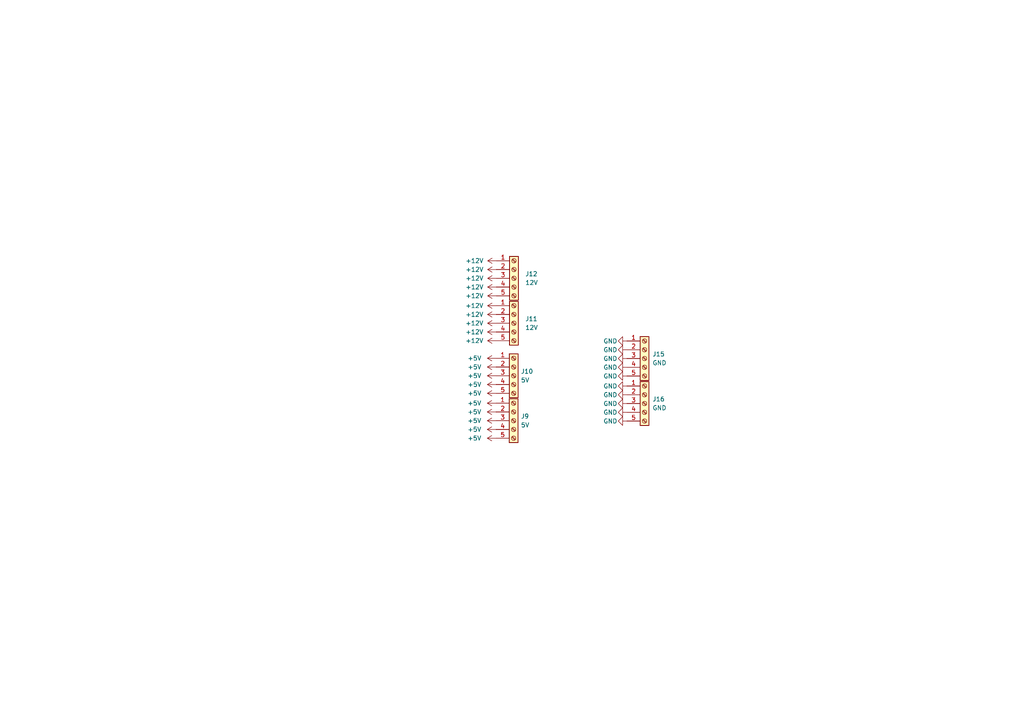
<source format=kicad_sch>
(kicad_sch (version 20230121) (generator eeschema)
  (paper "A4")
  (lib_symbols
    (symbol "Connector:Screw_Terminal_01x05" (pin_names (offset 1.016) hide)
      (property "Reference" "J" (at 0 7.62 0))
      (property "Value" "Screw_Terminal_01x05" (at 0 -7.62 0))
      (symbol "Screw_Terminal_01x05_1_1"
        (rectangle (start -1.27 6.35) (end 1.27 -6.35) (stroke (width 0.254)) (fill (type background)))
        (circle (center 0 -5.08) (radius 0.635) (stroke (width 0.1524)))
        (circle (center 0 -2.54) (radius 0.635) (stroke (width 0.1524)))
        (polyline (pts (xy -0.5334 -4.7498) (xy 0.3302 -5.588)) (stroke (width 0.1524)))
        (polyline (pts (xy -0.5334 -2.2098) (xy 0.3302 -3.048)) (stroke (width 0.1524)))
        (polyline (pts (xy -0.5334 0.3302) (xy 0.3302 -0.508)) (stroke (width 0.1524)))
        (polyline (pts (xy -0.5334 2.8702) (xy 0.3302 2.032)) (stroke (width 0.1524)))
        (polyline (pts (xy -0.5334 5.4102) (xy 0.3302 4.572)) (stroke (width 0.1524)))
        (polyline (pts (xy -0.3556 -4.572) (xy 0.508 -5.4102)) (stroke (width 0.1524)))
        (polyline (pts (xy -0.3556 -2.032) (xy 0.508 -2.8702)) (stroke (width 0.1524)))
        (polyline (pts (xy -0.3556 0.508) (xy 0.508 -0.3302)) (stroke (width 0.1524)))
        (polyline (pts (xy -0.3556 3.048) (xy 0.508 2.2098)) (stroke (width 0.1524)))
        (polyline (pts (xy -0.3556 5.588) (xy 0.508 4.7498)) (stroke (width 0.1524)))
        (circle (center 0 0) (radius 0.635) (stroke (width 0.1524)))
        (circle (center 0 2.54) (radius 0.635) (stroke (width 0.1524)))
        (circle (center 0 5.08) (radius 0.635) (stroke (width 0.1524)))
        (pin passive line (at -5.08 5.08 0) (length 3.81) (name "Pin_1") (number "1"))
        (pin passive line (at -5.08 2.54 0) (length 3.81) (name "Pin_2") (number "2"))
        (pin passive line (at -5.08 0 0) (length 3.81) (name "Pin_3") (number "3"))
        (pin passive line (at -5.08 -2.54 0) (length 3.81) (name "Pin_4") (number "4"))
        (pin passive line (at -5.08 -5.08 0) (length 3.81) (name "Pin_5") (number "5"))
      )
    )
    (symbol "power:+12V" (power) (pin_names (offset 0))
      (property "Value" "+12V" (at 0 3.556 0))
      (symbol "+12V_0_1"
        (polyline (pts (xy -0.762 1.27) (xy 0 2.54)))
        (polyline (pts (xy 0 0) (xy 0 2.54)))
        (polyline (pts (xy 0 2.54) (xy 0.762 1.27)))
      )
      (symbol "+12V_1_1"
        (pin power_in line (at 0 0 90) (length 0) hide (name "+12V") (number "1"))
      )
    )
    (symbol "power:+5V" (power) (pin_names (offset 0))
      (property "Value" "+5V" (at 0 3.556 0))
      (symbol "+5V_0_1"
        (polyline (pts (xy -0.762 1.27) (xy 0 2.54)))
        (polyline (pts (xy 0 0) (xy 0 2.54)))
        (polyline (pts (xy 0 2.54) (xy 0.762 1.27)))
      )
      (symbol "+5V_1_1"
        (pin power_in line (at 0 0 90) (length 0) hide (name "+5V") (number "1"))
      )
    )
    (symbol "power:GND" (power) (pin_names (offset 0))
      (property "Value" "GND" (at 0 -3.81 0))
      (symbol "GND_0_1"
        (polyline (pts (xy 0 0) (xy 0 -1.27) (xy 1.27 -1.27) (xy 0 -2.54) (xy -1.27 -1.27) (xy 0 -1.27)))
      )
      (symbol "GND_1_1"
        (pin power_in line (at 0 0 270) (length 0) hide (name "GND") (number "1"))
      )
    )
  )
  (symbol (lib_id "power:GND") (at 181.864 106.5276 270) (unit 1)
    (property "Reference" "#PWR0156" (effects hide))
    (property "Value" "GND" (at 174.9806 106.553 90) (effects (justify left)))
  )
  (symbol (lib_id "power:GND") (at 181.864 117.0432 270) (unit 1)
    (property "Reference" "#PWR0148" (effects hide))
    (property "Value" "GND" (at 174.9806 117.0686 90) (effects (justify left)))
  )
  (symbol (lib_id "power:GND") (at 181.864 114.5032 270) (unit 1)
    (property "Reference" "#PWR0151" (effects hide))
    (property "Value" "GND" (at 174.9806 114.5286 90) (effects (justify left)))
  )
  (symbol (lib_id "power:+5V") (at 143.891 116.9416 90) (unit 1)
    (property "Reference" "#PWR0134" (effects hide))
    (property "Value" "+5V" (at 139.6492 116.9415 90) (effects (justify left)))
  )
  (symbol (lib_id "power:+12V") (at 143.9672 88.6714 90) (unit 1)
    (property "Reference" "#PWR0132" (effects hide))
    (property "Value" "+12V" (at 140.2588 88.6713 90) (effects (justify left)))
  )
  (symbol (lib_id "power:+12V") (at 143.9672 93.7514 90) (unit 1)
    (property "Reference" "#PWR0129" (effects hide))
    (property "Value" "+12V" (at 140.2588 93.7513 90) (effects (justify left)))
  )
  (symbol (lib_id "power:GND") (at 181.864 122.1232 270) (unit 1)
    (property "Reference" "#PWR0150" (effects hide))
    (property "Value" "GND" (at 174.9806 122.1486 90) (effects (justify left)))
  )
  (symbol (lib_id "power:+12V") (at 143.9672 91.2114 90) (unit 1)
    (property "Reference" "#PWR0131" (effects hide))
    (property "Value" "+12V" (at 140.2588 91.2113 90) (effects (justify left)))
  )
  (symbol (lib_id "power:+5V") (at 143.891 122.0216 90) (unit 1)
    (property "Reference" "#PWR0135" (effects hide))
    (property "Value" "+5V" (at 139.6492 122.0215 90) (effects (justify left)))
  )
  (symbol (lib_id "power:+12V") (at 143.9926 78.1812 90) (unit 1)
    (property "Reference" "#PWR0140" (effects hide))
    (property "Value" "+12V" (at 140.2842 78.1811 90) (effects (justify left)))
  )
  (symbol (lib_id "power:GND") (at 181.864 103.9876 270) (unit 1)
    (property "Reference" "#PWR0152" (effects hide))
    (property "Value" "GND" (at 174.9806 104.013 90) (effects (justify left)))
  )
  (symbol (lib_id "power:+12V") (at 143.9926 85.8012 90) (unit 1)
    (property "Reference" "#PWR0139" (effects hide))
    (property "Value" "+12V" (at 140.2842 85.8011 90) (effects (justify left)))
  )
  (symbol (lib_id "Connector:Screw_Terminal_01x05") (at 148.9964 108.9914 0) (unit 1)
    (property "Reference" "J10" (at 151.0538 107.7213 0) (effects (justify left)))
    (property "Value" "5V" (at 151.0538 110.2613 0) (effects (justify left)))
    (property "Footprint" "Connector_PinHeader_2.54mm:PinHeader_1x05_P2.54mm_Vertical" (effects hide))
  )
  (symbol (lib_id "power:+5V") (at 143.9164 106.4514 90) (unit 1)
    (property "Reference" "#PWR0128" (effects hide))
    (property "Value" "+5V" (at 139.6746 106.4513 90) (effects (justify left)))
  )
  (symbol (lib_id "power:+5V") (at 143.891 127.1016 90) (unit 1)
    (property "Reference" "#PWR0133" (effects hide))
    (property "Value" "+5V" (at 139.6492 127.1015 90) (effects (justify left)))
  )
  (symbol (lib_id "power:GND") (at 181.864 98.9076 270) (unit 1)
    (property "Reference" "#PWR0153" (effects hide))
    (property "Value" "GND" (at 174.9806 98.933 90) (effects (justify left)))
  )
  (symbol (lib_id "power:GND") (at 181.864 109.0676 270) (unit 1)
    (property "Reference" "#PWR0154" (effects hide))
    (property "Value" "GND" (at 174.9806 109.093 90) (effects (justify left)))
  )
  (symbol (lib_id "power:GND") (at 181.864 119.5832 270) (unit 1)
    (property "Reference" "#PWR0147" (effects hide))
    (property "Value" "GND" (at 174.9806 119.6086 90) (effects (justify left)))
  )
  (symbol (lib_id "power:+12V") (at 143.9672 98.8314 90) (unit 1)
    (property "Reference" "#PWR0124" (effects hide))
    (property "Value" "+12V" (at 140.2588 98.8313 90) (effects (justify left)))
  )
  (symbol (lib_id "Connector:Screw_Terminal_01x05") (at 186.944 117.0432 0) (unit 1)
    (property "Reference" "J16" (at 189.23 115.7731 0) (effects (justify left)))
    (property "Value" "GND" (at 189.23 118.3131 0) (effects (justify left)))
    (property "Footprint" "Connector_PinHeader_2.54mm:PinHeader_1x05_P2.54mm_Vertical" (effects hide))
  )
  (symbol (lib_id "power:+12V") (at 143.9926 83.2612 90) (unit 1)
    (property "Reference" "#PWR0143" (effects hide))
    (property "Value" "+12V" (at 140.2842 83.2611 90) (effects (justify left)))
  )
  (symbol (lib_id "power:+5V") (at 143.9164 103.9114 90) (unit 1)
    (property "Reference" "#PWR0138" (effects hide))
    (property "Value" "+5V" (at 139.6746 103.9113 90) (effects (justify left)))
  )
  (symbol (lib_id "power:+5V") (at 143.891 124.5616 90) (unit 1)
    (property "Reference" "#PWR0136" (effects hide))
    (property "Value" "+5V" (at 139.6492 124.5615 90) (effects (justify left)))
  )
  (symbol (lib_id "Connector:Screw_Terminal_01x05") (at 149.0472 93.7514 0) (unit 1)
    (property "Reference" "J11" (at 152.3238 92.4813 0) (effects (justify left)))
    (property "Value" "12V" (at 152.3238 95.0213 0) (effects (justify left)))
    (property "Footprint" "Connector_PinHeader_2.54mm:PinHeader_1x05_P2.54mm_Vertical" (effects hide))
  )
  (symbol (lib_id "Connector:Screw_Terminal_01x05") (at 186.944 103.9876 0) (unit 1)
    (property "Reference" "J15" (at 189.23 102.7175 0) (effects (justify left)))
    (property "Value" "GND" (at 189.23 105.2575 0) (effects (justify left)))
    (property "Footprint" "Connector_PinSocket_2.54mm:PinSocket_1x05_P2.54mm_Vertical" (effects hide))
  )
  (symbol (lib_id "power:+12V") (at 143.9926 75.6412 90) (unit 1)
    (property "Reference" "#PWR0141" (effects hide))
    (property "Value" "+12V" (at 140.2842 75.6411 90) (effects (justify left)))
  )
  (symbol (lib_id "power:+5V") (at 143.9164 114.0714 90) (unit 1)
    (property "Reference" "#PWR0127" (effects hide))
    (property "Value" "+5V" (at 139.6746 114.0713 90) (effects (justify left)))
  )
  (symbol (lib_id "power:+5V") (at 143.9164 108.9914 90) (unit 1)
    (property "Reference" "#PWR0125" (effects hide))
    (property "Value" "+5V" (at 139.6746 108.9913 90) (effects (justify left)))
  )
  (symbol (lib_id "power:GND") (at 181.864 101.4476 270) (unit 1)
    (property "Reference" "#PWR0155" (effects hide))
    (property "Value" "GND" (at 174.9806 101.473 90) (effects (justify left)))
  )
  (symbol (lib_id "Connector:Screw_Terminal_01x05") (at 149.0726 80.7212 0) (unit 1)
    (property "Reference" "J12" (at 152.3238 79.4511 0) (effects (justify left)))
    (property "Value" "12V" (at 152.3238 81.9911 0) (effects (justify left)))
    (property "Footprint" "Connector_PinSocket_2.54mm:PinSocket_1x05_P2.54mm_Vertical" (effects hide))
  )
  (symbol (lib_id "power:+12V") (at 143.9672 96.2914 90) (unit 1)
    (property "Reference" "#PWR0130" (effects hide))
    (property "Value" "+12V" (at 140.2588 96.2913 90) (effects (justify left)))
  )
  (symbol (lib_id "power:+5V") (at 143.9164 111.5314 90) (unit 1)
    (property "Reference" "#PWR0126" (effects hide))
    (property "Value" "+5V" (at 139.6746 111.5313 90) (effects (justify left)))
  )
  (symbol (lib_id "power:GND") (at 181.864 111.9632 270) (unit 1)
    (property "Reference" "#PWR0149" (effects hide))
    (property "Value" "GND" (at 174.9806 111.9886 90) (effects (justify left)))
  )
  (symbol (lib_id "power:+5V") (at 143.891 119.4816 90) (unit 1)
    (property "Reference" "#PWR0137" (effects hide))
    (property "Value" "+5V" (at 139.6492 119.4815 90) (effects (justify left)))
  )
  (symbol (lib_id "Connector:Screw_Terminal_01x05") (at 148.971 122.0216 0) (unit 1)
    (property "Reference" "J9" (at 151.0538 120.7515 0) (effects (justify left)))
    (property "Value" "5V" (at 151.0538 123.2915 0) (effects (justify left)))
    (property "Footprint" "Connector_PinSocket_2.54mm:PinSocket_1x05_P2.54mm_Vertical" (effects hide))
  )
  (symbol (lib_id "power:+12V") (at 143.9926 80.7212 90) (unit 1)
    (property "Reference" "#PWR0142" (effects hide))
    (property "Value" "+12V" (at 140.2842 80.7211 90) (effects (justify left)))
  )
)
</source>
